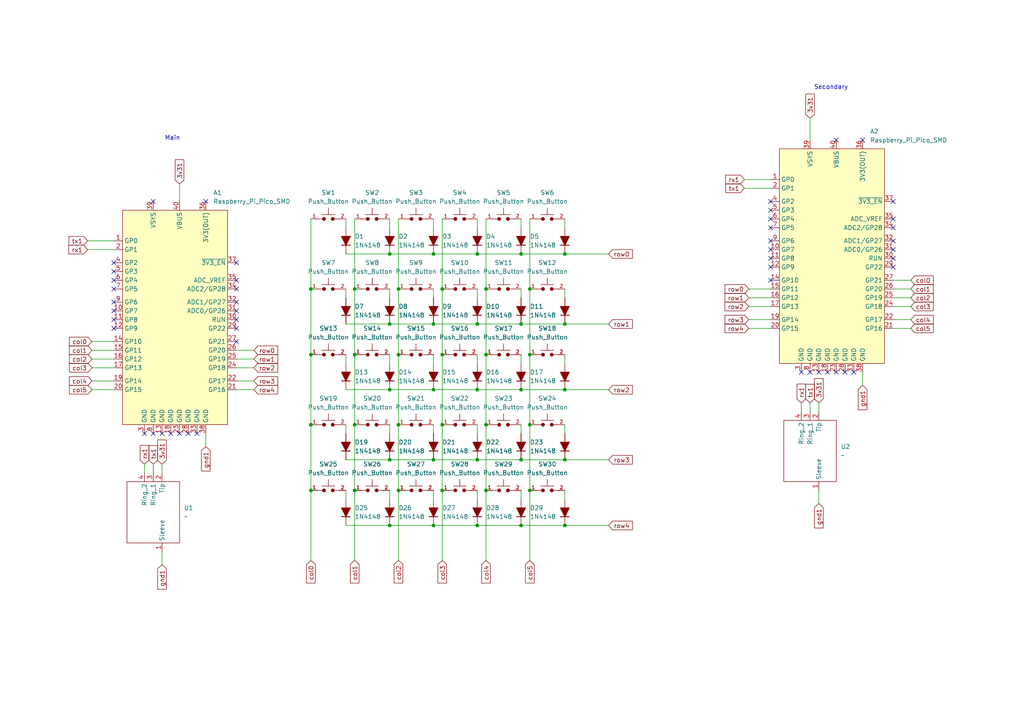
<source format=kicad_sch>
(kicad_sch (version 20250114) (generator "eeschema") (generator_version "9.0")
  (paper "A4")
  (lib_symbols
    (symbol "PCM_Diode_AKL:1N4148" (pin_numbers (hide yes)) (pin_names (offset 1.016) (hide yes))
      (property "Reference" "D" (at 0 5.08 0))
      (property "Value" "1N4148" (at 0 2.54 0))
      (symbol "1N4148_0_1"
        (polyline (pts (xy -1.27 1.27) (xy -1.27 -1.27) (xy 1.27 0) (xy -1.27 1.27)) (stroke (width 0.254)) (fill (type outline)))
        (polyline (pts (xy -1.27 0) (xy 1.27 0)))
        (polyline (pts (xy 1.27 1.27) (xy 1.27 -1.27)) (stroke (width 0.254)))
      )
      (symbol "1N4148_0_2"
        (polyline (pts (xy -2.54 -2.54) (xy 2.54 2.54)))
        (polyline (pts (xy -0.889 -0.889) (xy -1.778 0) (xy 0.889 0.889) (xy 0 -1.778) (xy -0.889 -0.889)) (stroke (width 0.254)) (fill (type outline)))
        (polyline (pts (xy 0 1.778) (xy 1.778 0)) (stroke (width 0.254)))
      )
      (symbol "1N4148_1_1"
        (pin passive line (at -3.81 0 0) (length 2.54) (name "A") (number "2"))
        (pin passive line (at 3.81 0 180) (length 2.54) (name "K") (number "1"))
      )
      (symbol "1N4148_1_2"
        (pin passive line (at -2.54 -2.54 0) (length 0) (name "A") (number "2"))
        (pin passive line (at 2.54 2.54 180) (length 0) (name "K") (number "1"))
      )
    )
    (symbol "PCM_SL_Devices:Push_Button"
      (property "Reference" "SW" (at 0 6.35 0))
      (property "Value" "Push_Button" (at 0 4.445 0))
      (symbol "Push_Button_0_1"
        (polyline (pts (xy -3.175 0) (xy -1.778 0)))
        (polyline (pts (xy -1.905 1.27) (xy 1.905 1.27)))
        (circle (center -1.27 0) (radius 0.4579) (fill (type outline)))
        (polyline (pts (xy 0 1.27) (xy 0 3.175)))
        (circle (center 1.27 0) (radius 0.4579) (fill (type outline)))
        (polyline (pts (xy 1.778 0) (xy 3.175 0)))
      )
      (symbol "Push_Button_1_1"
        (pin passive line (at -5.08 0 0) (length 2) (name "") (number "1"))
        (pin passive line (at 5.08 0 180) (length 2) (name "") (number "2"))
      )
    )
    (symbol "symbols:4ucon_trrs_3.5_smd"
      (property "Reference" "U" (at 0 0 0))
      (symbol "4ucon_trrs_3.5_smd_0_1"
        (polyline (pts (xy -5.08 8.89) (xy 10.16 8.89) (xy 10.16 -8.89) (xy -5.08 -8.89) (xy -5.08 8.89)))
      )
      (symbol "4ucon_trrs_3.5_smd_1_1"
        (pin bidirectional line (at 0 11.43 270) (length 2.54) (name "Ring_2") (number "4"))
        (pin bidirectional line (at 2.54 11.43 270) (length 2.54) (name "Ring_1") (number "3"))
        (pin bidirectional line (at 5.08 11.43 270) (length 2.54) (name "Tip") (number "2"))
        (pin bidirectional line (at 5.08 -11.43 90) (length 2.54) (name "Sleeve") (number "1"))
      )
    )
    (symbol "symbols:Raspberry_Pi_Pico_SMD"
      (property "Reference" "A" (at 12.7 34.29 0))
      (property "Value" "Raspberry_Pi_Pico_SMD" (at 21.59 31.75 0))
      (symbol "Raspberry_Pi_Pico_SMD_0_1"
        (rectangle (start -15.24 29.21) (end 15.24 -33.02) (fill (type background)))
      )
      (symbol "Raspberry_Pi_Pico_SMD_1_1"
        (pin bidirectional line (at -17.78 20.32 0) (length 2.54) (name "GP0") (number "1"))
        (pin bidirectional line (at -17.78 17.78 0) (length 2.54) (name "GP1") (number "2"))
        (pin bidirectional line (at -17.78 13.97 0) (length 2.54) (name "GP2") (number "4"))
        (pin bidirectional line (at -17.78 11.43 0) (length 2.54) (name "GP3") (number "5"))
        (pin bidirectional line (at -17.78 8.89 0) (length 2.54) (name "GP4") (number "6"))
        (pin bidirectional line (at -17.78 6.35 0) (length 2.54) (name "GP5") (number "7"))
        (pin bidirectional line (at -17.78 2.54 0) (length 2.54) (name "GP6") (number "9"))
        (pin bidirectional line (at -17.78 0 0) (length 2.54) (name "GP7") (number "10"))
        (pin bidirectional line (at -17.78 -2.54 0) (length 2.54) (name "GP8") (number "11"))
        (pin bidirectional line (at -17.78 -5.08 0) (length 2.54) (name "GP9") (number "12"))
        (pin bidirectional line (at -17.78 -8.89 0) (length 2.54) (name "GP10") (number "14"))
        (pin bidirectional line (at -17.78 -11.43 0) (length 2.54) (name "GP11") (number "15"))
        (pin bidirectional line (at -17.78 -13.97 0) (length 2.54) (name "GP12") (number "16"))
        (pin bidirectional line (at -17.78 -16.51 0) (length 2.54) (name "GP13") (number "17"))
        (pin bidirectional line (at -17.78 -20.32 0) (length 2.54) (name "GP14") (number "19"))
        (pin bidirectional line (at -17.78 -22.86 0) (length 2.54) (name "GP15") (number "20"))
        (pin power_in line (at -8.89 -35.56 90) (length 2.54) (name "GND") (number "3"))
        (pin power_in line (at -6.35 31.75 270) (length 2.54) (name "VSYS") (number "39"))
        (pin power_in line (at -6.35 -35.56 90) (length 2.54) (name "GND") (number "8"))
        (pin power_in line (at -3.81 -35.56 90) (length 2.54) (name "GND") (number "13"))
        (pin power_in line (at -1.27 -35.56 90) (length 2.54) (name "GND") (number "18"))
        (pin power_in line (at 1.27 31.75 270) (length 2.54) (name "VBUS") (number "40"))
        (pin power_in line (at 1.27 -35.56 90) (length 2.54) (name "GND") (number "23"))
        (pin power_in line (at 3.81 -35.56 90) (length 2.54) (name "GND") (number "28"))
        (pin power_in line (at 6.35 -35.56 90) (length 2.54) (name "GND") (number "33"))
        (pin power_in line (at 8.89 31.75 270) (length 2.54) (name "3V3(OUT)") (number "36"))
        (pin power_in line (at 8.89 -35.56 90) (length 2.54) (name "GND") (number "38"))
        (pin bidirectional line (at 17.78 13.97 180) (length 2.54) (name "~{3V3_EN}") (number "37"))
        (pin bidirectional line (at 17.78 8.89 180) (length 2.54) (name "ADC_VREF") (number "35"))
        (pin bidirectional line (at 17.78 6.35 180) (length 2.54) (name "ADC2/GP28") (number "34"))
        (pin bidirectional line (at 17.78 2.54 180) (length 2.54) (name "ADC1/GP27") (number "32"))
        (pin bidirectional line (at 17.78 0 180) (length 2.54) (name "ADC0/GP26") (number "31"))
        (pin bidirectional line (at 17.78 -2.54 180) (length 2.54) (name "RUN") (number "30"))
        (pin bidirectional line (at 17.78 -5.08 180) (length 2.54) (name "GP22") (number "29"))
        (pin bidirectional line (at 17.78 -8.89 180) (length 2.54) (name "GP21") (number "27"))
        (pin bidirectional line (at 17.78 -11.43 180) (length 2.54) (name "GP20") (number "26"))
        (pin bidirectional line (at 17.78 -13.97 180) (length 2.54) (name "GP19") (number "25"))
        (pin bidirectional line (at 17.78 -16.51 180) (length 2.54) (name "GP18") (number "24"))
        (pin bidirectional line (at 17.78 -20.32 180) (length 2.54) (name "GP17") (number "22"))
        (pin bidirectional line (at 17.78 -22.86 180) (length 2.54) (name "GP16") (number "21"))
      )
    )
  )
  (text "Main" (at 50.038 40.132 0) (effects (font (size 1.27 1.27))))
  (text "Secondary" (at 241.046 25.4 0) (effects (font (size 1.27 1.27))))
  (junction (at 153.67 83.82))
  (junction (at 102.87 123.19))
  (junction (at 90.17 142.24))
  (junction (at 140.97 142.24))
  (junction (at 151.13 73.66))
  (junction (at 90.17 102.87))
  (junction (at 90.17 123.19))
  (junction (at 151.13 152.4))
  (junction (at 125.73 73.66))
  (junction (at 138.43 93.98))
  (junction (at 128.27 83.82))
  (junction (at 151.13 133.35))
  (junction (at 153.67 102.87))
  (junction (at 151.13 113.03))
  (junction (at 102.87 102.87))
  (junction (at 138.43 152.4))
  (junction (at 151.13 93.98))
  (junction (at 125.73 133.35))
  (junction (at 113.03 93.98))
  (junction (at 138.43 113.03))
  (junction (at 102.87 142.24))
  (junction (at 140.97 123.19))
  (junction (at 163.83 152.4))
  (junction (at 115.57 123.19))
  (junction (at 102.87 83.82))
  (junction (at 138.43 73.66))
  (junction (at 138.43 133.35))
  (junction (at 113.03 152.4))
  (junction (at 115.57 142.24))
  (junction (at 115.57 83.82))
  (junction (at 163.83 73.66))
  (junction (at 113.03 73.66))
  (junction (at 113.03 133.35))
  (junction (at 125.73 152.4))
  (junction (at 125.73 93.98))
  (junction (at 113.03 113.03))
  (junction (at 140.97 83.82))
  (junction (at 163.83 113.03))
  (junction (at 163.83 93.98))
  (junction (at 163.83 133.35))
  (junction (at 128.27 142.24))
  (junction (at 140.97 102.87))
  (junction (at 128.27 102.87))
  (junction (at 90.17 83.82))
  (junction (at 153.67 142.24))
  (junction (at 125.73 113.03))
  (junction (at 115.57 102.87))
  (junction (at 153.67 123.19))
  (junction (at 128.27 123.19))
  (no_connect (at 223.52 72.39))
  (no_connect (at 52.07 125.73))
  (no_connect (at 68.58 87.63))
  (no_connect (at 68.58 92.71))
  (no_connect (at 44.45 125.73))
  (no_connect (at 57.15 125.73))
  (no_connect (at 68.58 90.17))
  (no_connect (at 46.99 125.73))
  (no_connect (at 33.02 87.63))
  (no_connect (at 33.02 92.71))
  (no_connect (at 68.58 76.2))
  (no_connect (at 33.02 83.82))
  (no_connect (at 33.02 78.74))
  (no_connect (at 68.58 99.06))
  (no_connect (at 237.49 107.95))
  (no_connect (at 259.08 63.5))
  (no_connect (at 247.65 107.95))
  (no_connect (at 223.52 74.93))
  (no_connect (at 41.91 125.73))
  (no_connect (at 259.08 77.47))
  (no_connect (at 44.45 58.42))
  (no_connect (at 223.52 63.5))
  (no_connect (at 223.52 58.42))
  (no_connect (at 259.08 72.39))
  (no_connect (at 49.53 125.73))
  (no_connect (at 33.02 90.17))
  (no_connect (at 59.69 58.42))
  (no_connect (at 259.08 66.04))
  (no_connect (at 242.57 40.64))
  (no_connect (at 54.61 125.73))
  (no_connect (at 223.52 77.47))
  (no_connect (at 250.19 40.64))
  (no_connect (at 68.58 81.28))
  (no_connect (at 232.41 107.95))
  (no_connect (at 33.02 95.25))
  (no_connect (at 259.08 69.85))
  (no_connect (at 223.52 69.85))
  (no_connect (at 234.95 107.95))
  (no_connect (at 33.02 76.2))
  (no_connect (at 223.52 60.96))
  (no_connect (at 68.58 95.25))
  (no_connect (at 259.08 74.93))
  (no_connect (at 33.02 81.28))
  (no_connect (at 242.57 107.95))
  (no_connect (at 240.03 107.95))
  (no_connect (at 68.58 83.82))
  (no_connect (at 223.52 81.28))
  (no_connect (at 245.11 107.95))
  (no_connect (at 259.08 58.42))
  (no_connect (at 223.52 66.04))
  (wire (pts (xy 217.17 83.82) (xy 223.52 83.82)))
  (wire (pts (xy 113.03 133.35) (xy 125.73 133.35)))
  (wire (pts (xy 217.17 92.71) (xy 223.52 92.71)))
  (wire (pts (xy 46.99 134.62) (xy 46.99 137.16)))
  (wire (pts (xy 26.67 113.03) (xy 33.02 113.03)))
  (wire (pts (xy 68.58 113.03) (xy 73.66 113.03)))
  (wire (pts (xy 140.97 63.5) (xy 140.97 83.82)))
  (wire (pts (xy 125.73 133.35) (xy 138.43 133.35)))
  (wire (pts (xy 163.83 73.66) (xy 176.53 73.66)))
  (wire (pts (xy 151.13 83.82) (xy 151.13 86.36)))
  (wire (pts (xy 259.08 95.25) (xy 264.16 95.25)))
  (wire (pts (xy 113.03 113.03) (xy 125.73 113.03)))
  (wire (pts (xy 163.83 152.4) (xy 176.53 152.4)))
  (wire (pts (xy 125.73 123.19) (xy 125.73 125.73)))
  (wire (pts (xy 128.27 123.19) (xy 128.27 142.24)))
  (wire (pts (xy 100.33 142.24) (xy 100.33 144.78)))
  (wire (pts (xy 115.57 63.5) (xy 115.57 83.82)))
  (wire (pts (xy 250.19 107.95) (xy 250.19 111.76)))
  (wire (pts (xy 237.49 116.84) (xy 237.49 119.38)))
  (wire (pts (xy 113.03 142.24) (xy 113.03 144.78)))
  (wire (pts (xy 259.08 83.82) (xy 264.16 83.82)))
  (wire (pts (xy 125.73 152.4) (xy 138.43 152.4)))
  (wire (pts (xy 163.83 113.03) (xy 176.53 113.03)))
  (wire (pts (xy 102.87 142.24) (xy 102.87 162.56)))
  (wire (pts (xy 234.95 34.29) (xy 234.95 40.64)))
  (wire (pts (xy 234.95 116.84) (xy 234.95 119.38)))
  (wire (pts (xy 153.67 142.24) (xy 153.67 162.56)))
  (wire (pts (xy 163.83 93.98) (xy 176.53 93.98)))
  (wire (pts (xy 163.83 102.87) (xy 163.83 105.41)))
  (wire (pts (xy 68.58 110.49) (xy 73.66 110.49)))
  (wire (pts (xy 217.17 88.9) (xy 223.52 88.9)))
  (wire (pts (xy 115.57 123.19) (xy 115.57 142.24)))
  (wire (pts (xy 140.97 102.87) (xy 140.97 123.19)))
  (wire (pts (xy 138.43 63.5) (xy 138.43 66.04)))
  (wire (pts (xy 26.67 104.14) (xy 33.02 104.14)))
  (wire (pts (xy 153.67 123.19) (xy 153.67 142.24)))
  (wire (pts (xy 232.41 116.84) (xy 232.41 119.38)))
  (wire (pts (xy 100.33 123.19) (xy 100.33 125.73)))
  (wire (pts (xy 102.87 83.82) (xy 102.87 102.87)))
  (wire (pts (xy 68.58 104.14) (xy 73.66 104.14)))
  (wire (pts (xy 215.9 54.61) (xy 223.52 54.61)))
  (wire (pts (xy 128.27 142.24) (xy 128.27 162.56)))
  (wire (pts (xy 138.43 93.98) (xy 151.13 93.98)))
  (wire (pts (xy 25.4 72.39) (xy 33.02 72.39)))
  (wire (pts (xy 138.43 73.66) (xy 151.13 73.66)))
  (wire (pts (xy 237.49 142.24) (xy 237.49 146.05)))
  (wire (pts (xy 115.57 102.87) (xy 115.57 123.19)))
  (wire (pts (xy 153.67 63.5) (xy 153.67 83.82)))
  (wire (pts (xy 59.69 125.73) (xy 59.69 129.54)))
  (wire (pts (xy 151.13 102.87) (xy 151.13 105.41)))
  (wire (pts (xy 125.73 73.66) (xy 138.43 73.66)))
  (wire (pts (xy 102.87 102.87) (xy 102.87 123.19)))
  (wire (pts (xy 125.73 142.24) (xy 125.73 144.78)))
  (wire (pts (xy 151.13 73.66) (xy 163.83 73.66)))
  (wire (pts (xy 259.08 86.36) (xy 264.16 86.36)))
  (wire (pts (xy 100.33 133.35) (xy 113.03 133.35)))
  (wire (pts (xy 52.07 53.34) (xy 52.07 58.42)))
  (wire (pts (xy 90.17 123.19) (xy 90.17 142.24)))
  (wire (pts (xy 140.97 142.24) (xy 140.97 162.56)))
  (wire (pts (xy 90.17 83.82) (xy 90.17 102.87)))
  (wire (pts (xy 138.43 152.4) (xy 151.13 152.4)))
  (wire (pts (xy 113.03 102.87) (xy 113.03 105.41)))
  (wire (pts (xy 138.43 142.24) (xy 138.43 144.78)))
  (wire (pts (xy 153.67 83.82) (xy 153.67 102.87)))
  (wire (pts (xy 215.9 52.07) (xy 223.52 52.07)))
  (wire (pts (xy 128.27 63.5) (xy 128.27 83.82)))
  (wire (pts (xy 100.33 93.98) (xy 113.03 93.98)))
  (wire (pts (xy 113.03 83.82) (xy 113.03 86.36)))
  (wire (pts (xy 68.58 106.68) (xy 73.66 106.68)))
  (wire (pts (xy 90.17 142.24) (xy 90.17 162.56)))
  (wire (pts (xy 115.57 83.82) (xy 115.57 102.87)))
  (wire (pts (xy 151.13 133.35) (xy 163.83 133.35)))
  (wire (pts (xy 138.43 123.19) (xy 138.43 125.73)))
  (wire (pts (xy 128.27 83.82) (xy 128.27 102.87)))
  (wire (pts (xy 125.73 93.98) (xy 138.43 93.98)))
  (wire (pts (xy 102.87 123.19) (xy 102.87 142.24)))
  (wire (pts (xy 113.03 123.19) (xy 113.03 125.73)))
  (wire (pts (xy 90.17 63.5) (xy 90.17 83.82)))
  (wire (pts (xy 125.73 102.87) (xy 125.73 105.41)))
  (wire (pts (xy 26.67 99.06) (xy 33.02 99.06)))
  (wire (pts (xy 140.97 123.19) (xy 140.97 142.24)))
  (wire (pts (xy 90.17 102.87) (xy 90.17 123.19)))
  (wire (pts (xy 138.43 113.03) (xy 151.13 113.03)))
  (wire (pts (xy 217.17 86.36) (xy 223.52 86.36)))
  (wire (pts (xy 100.33 73.66) (xy 113.03 73.66)))
  (wire (pts (xy 151.13 93.98) (xy 163.83 93.98)))
  (wire (pts (xy 138.43 133.35) (xy 151.13 133.35)))
  (wire (pts (xy 153.67 102.87) (xy 153.67 123.19)))
  (wire (pts (xy 25.4 69.85) (xy 33.02 69.85)))
  (wire (pts (xy 125.73 63.5) (xy 125.73 66.04)))
  (wire (pts (xy 115.57 142.24) (xy 115.57 162.56)))
  (wire (pts (xy 26.67 110.49) (xy 33.02 110.49)))
  (wire (pts (xy 113.03 63.5) (xy 113.03 66.04)))
  (wire (pts (xy 113.03 93.98) (xy 125.73 93.98)))
  (wire (pts (xy 163.83 142.24) (xy 163.83 144.78)))
  (wire (pts (xy 151.13 113.03) (xy 163.83 113.03)))
  (wire (pts (xy 26.67 101.6) (xy 33.02 101.6)))
  (wire (pts (xy 125.73 83.82) (xy 125.73 86.36)))
  (wire (pts (xy 163.83 63.5) (xy 163.83 66.04)))
  (wire (pts (xy 151.13 152.4) (xy 163.83 152.4)))
  (wire (pts (xy 138.43 83.82) (xy 138.43 86.36)))
  (wire (pts (xy 259.08 81.28) (xy 264.16 81.28)))
  (wire (pts (xy 151.13 123.19) (xy 151.13 125.73)))
  (wire (pts (xy 100.33 102.87) (xy 100.33 105.41)))
  (wire (pts (xy 128.27 102.87) (xy 128.27 123.19)))
  (wire (pts (xy 41.91 134.62) (xy 41.91 137.16)))
  (wire (pts (xy 100.33 83.82) (xy 100.33 86.36)))
  (wire (pts (xy 259.08 92.71) (xy 264.16 92.71)))
  (wire (pts (xy 68.58 101.6) (xy 73.66 101.6)))
  (wire (pts (xy 46.99 160.02) (xy 46.99 163.83)))
  (wire (pts (xy 217.17 95.25) (xy 223.52 95.25)))
  (wire (pts (xy 163.83 123.19) (xy 163.83 125.73)))
  (wire (pts (xy 102.87 63.5) (xy 102.87 83.82)))
  (wire (pts (xy 113.03 73.66) (xy 125.73 73.66)))
  (wire (pts (xy 138.43 102.87) (xy 138.43 105.41)))
  (wire (pts (xy 140.97 83.82) (xy 140.97 102.87)))
  (wire (pts (xy 100.33 113.03) (xy 113.03 113.03)))
  (wire (pts (xy 259.08 88.9) (xy 264.16 88.9)))
  (wire (pts (xy 151.13 63.5) (xy 151.13 66.04)))
  (wire (pts (xy 26.67 106.68) (xy 33.02 106.68)))
  (wire (pts (xy 100.33 63.5) (xy 100.33 66.04)))
  (wire (pts (xy 163.83 83.82) (xy 163.83 86.36)))
  (wire (pts (xy 113.03 152.4) (xy 125.73 152.4)))
  (wire (pts (xy 163.83 133.35) (xy 176.53 133.35)))
  (wire (pts (xy 100.33 152.4) (xy 113.03 152.4)))
  (wire (pts (xy 44.45 134.62) (xy 44.45 137.16)))
  (wire (pts (xy 151.13 142.24) (xy 151.13 144.78)))
  (wire (pts (xy 125.73 113.03) (xy 138.43 113.03)))
  (global_label "row4" (shape input) (at 176.53 152.4 0) (property "Intersheetrefs" "${INTERSHEET_REFS}" (effects (hide yes))))
  (global_label "3v31" (shape input) (at 234.95 34.29 90) (property "Intersheetrefs" "${INTERSHEET_REFS}" (effects (hide yes))))
  (global_label "row2" (shape input) (at 73.66 106.68 0) (property "Intersheetrefs" "${INTERSHEET_REFS}" (effects (hide yes))))
  (global_label "row1" (shape input) (at 176.53 93.98 0) (property "Intersheetrefs" "${INTERSHEET_REFS}" (effects (hide yes))))
  (global_label "col1" (shape input) (at 26.67 101.6 180) (property "Intersheetrefs" "${INTERSHEET_REFS}" (effects (hide yes))))
  (global_label "rx1" (shape input) (at 215.9 52.07 180) (property "Intersheetrefs" "${INTERSHEET_REFS}" (effects (hide yes))))
  (global_label "rx1" (shape input) (at 232.41 116.84 90) (property "Intersheetrefs" "${INTERSHEET_REFS}" (effects (hide yes))))
  (global_label "col0" (shape input) (at 90.17 162.56 270) (property "Intersheetrefs" "${INTERSHEET_REFS}" (effects (hide yes))))
  (global_label "rx1" (shape input) (at 41.91 134.62 90) (property "Intersheetrefs" "${INTERSHEET_REFS}" (effects (hide yes))))
  (global_label "row3" (shape input) (at 73.66 110.49 0) (property "Intersheetrefs" "${INTERSHEET_REFS}" (effects (hide yes))))
  (global_label "row1" (shape input) (at 73.66 104.14 0) (property "Intersheetrefs" "${INTERSHEET_REFS}" (effects (hide yes))))
  (global_label "col4" (shape input) (at 264.16 92.71 0) (property "Intersheetrefs" "${INTERSHEET_REFS}" (effects (hide yes))))
  (global_label "rx1" (shape input) (at 25.4 72.39 180) (property "Intersheetrefs" "${INTERSHEET_REFS}" (effects (hide yes))))
  (global_label "3v31" (shape input) (at 237.49 116.84 90) (property "Intersheetrefs" "${INTERSHEET_REFS}" (effects (hide yes))))
  (global_label "col3" (shape input) (at 264.16 88.9 0) (property "Intersheetrefs" "${INTERSHEET_REFS}" (effects (hide yes))))
  (global_label "gnd1" (shape input) (at 46.99 163.83 270) (property "Intersheetrefs" "${INTERSHEET_REFS}" (effects (hide yes))))
  (global_label "tx1" (shape input) (at 234.95 116.84 90) (property "Intersheetrefs" "${INTERSHEET_REFS}" (effects (hide yes))))
  (global_label "row0" (shape input) (at 176.53 73.66 0) (property "Intersheetrefs" "${INTERSHEET_REFS}" (effects (hide yes))))
  (global_label "row3" (shape input) (at 176.53 133.35 0) (property "Intersheetrefs" "${INTERSHEET_REFS}" (effects (hide yes))))
  (global_label "tx1" (shape input) (at 215.9 54.61 180) (property "Intersheetrefs" "${INTERSHEET_REFS}" (effects (hide yes))))
  (global_label "row4" (shape input) (at 73.66 113.03 0) (property "Intersheetrefs" "${INTERSHEET_REFS}" (effects (hide yes))))
  (global_label "col2" (shape input) (at 26.67 104.14 180) (property "Intersheetrefs" "${INTERSHEET_REFS}" (effects (hide yes))))
  (global_label "col3" (shape input) (at 26.67 106.68 180) (property "Intersheetrefs" "${INTERSHEET_REFS}" (effects (hide yes))))
  (global_label "row0" (shape input) (at 217.17 83.82 180) (property "Intersheetrefs" "${INTERSHEET_REFS}" (effects (hide yes))))
  (global_label "col0" (shape input) (at 26.67 99.06 180) (property "Intersheetrefs" "${INTERSHEET_REFS}" (effects (hide yes))))
  (global_label "3v31" (shape input) (at 46.99 134.62 90) (property "Intersheetrefs" "${INTERSHEET_REFS}" (effects (hide yes))))
  (global_label "tx1" (shape input) (at 44.45 134.62 90) (property "Intersheetrefs" "${INTERSHEET_REFS}" (effects (hide yes))))
  (global_label "col3" (shape input) (at 128.27 162.56 270) (property "Intersheetrefs" "${INTERSHEET_REFS}" (effects (hide yes))))
  (global_label "col1" (shape input) (at 264.16 83.82 0) (property "Intersheetrefs" "${INTERSHEET_REFS}" (effects (hide yes))))
  (global_label "row2" (shape input) (at 176.53 113.03 0) (property "Intersheetrefs" "${INTERSHEET_REFS}" (effects (hide yes))))
  (global_label "col1" (shape input) (at 102.87 162.56 270) (property "Intersheetrefs" "${INTERSHEET_REFS}" (effects (hide yes))))
  (global_label "col2" (shape input) (at 264.16 86.36 0) (property "Intersheetrefs" "${INTERSHEET_REFS}" (effects (hide yes))))
  (global_label "row2" (shape input) (at 217.17 88.9 180) (property "Intersheetrefs" "${INTERSHEET_REFS}" (effects (hide yes))))
  (global_label "3v31" (shape input) (at 52.07 53.34 90) (property "Intersheetrefs" "${INTERSHEET_REFS}" (effects (hide yes))))
  (global_label "col5" (shape input) (at 26.67 113.03 180) (property "Intersheetrefs" "${INTERSHEET_REFS}" (effects (hide yes))))
  (global_label "col2" (shape input) (at 115.57 162.56 270) (property "Intersheetrefs" "${INTERSHEET_REFS}" (effects (hide yes))))
  (global_label "col5" (shape input) (at 264.16 95.25 0) (property "Intersheetrefs" "${INTERSHEET_REFS}" (effects (hide yes))))
  (global_label "gnd1" (shape input) (at 59.69 129.54 270) (property "Intersheetrefs" "${INTERSHEET_REFS}" (effects (hide yes))))
  (global_label "row1" (shape input) (at 217.17 86.36 180) (property "Intersheetrefs" "${INTERSHEET_REFS}" (effects (hide yes))))
  (global_label "tx1" (shape input) (at 25.4 69.85 180) (property "Intersheetrefs" "${INTERSHEET_REFS}" (effects (hide yes))))
  (global_label "col4" (shape input) (at 140.97 162.56 270) (property "Intersheetrefs" "${INTERSHEET_REFS}" (effects (hide yes))))
  (global_label "gnd1" (shape input) (at 250.19 111.76 270) (property "Intersheetrefs" "${INTERSHEET_REFS}" (effects (hide yes))))
  (global_label "col0" (shape input) (at 264.16 81.28 0) (property "Intersheetrefs" "${INTERSHEET_REFS}" (effects (hide yes))))
  (global_label "gnd1" (shape input) (at 237.49 146.05 270) (property "Intersheetrefs" "${INTERSHEET_REFS}" (effects (hide yes))))
  (global_label "row3" (shape input) (at 217.17 92.71 180) (property "Intersheetrefs" "${INTERSHEET_REFS}" (effects (hide yes))))
  (global_label "col4" (shape input) (at 26.67 110.49 180) (property "Intersheetrefs" "${INTERSHEET_REFS}" (effects (hide yes))))
  (global_label "col5" (shape input) (at 153.67 162.56 270) (property "Intersheetrefs" "${INTERSHEET_REFS}" (effects (hide yes))))
  (global_label "row4" (shape input) (at 217.17 95.25 180) (property "Intersheetrefs" "${INTERSHEET_REFS}" (effects (hide yes))))
  (global_label "row0" (shape input) (at 73.66 101.6 0) (property "Intersheetrefs" "${INTERSHEET_REFS}" (effects (hide yes))))
  (symbol (lib_id "symbols:4ucon_trrs_3.5_smd") (at 41.91 148.59 0) (unit 1)
    (property "Reference" "U1" (at 53.34 147.3199 0) (effects (justify left)))
    (property "Value" "~" (at 53.34 149.8599 0) (effects (justify left)))
    (property "Footprint" "footprints:4ucon trrs 3.5 smd back" (effects (hide yes)))
  )
  (symbol (lib_id "PCM_Diode_AKL:1N4148") (at 125.73 90.17 270) (unit 1)
    (property "Reference" "D9" (at 128.27 88.8999 90) (effects (justify left)))
    (property "Value" "1N4148" (at 128.27 91.4399 90) (effects (justify left)))
    (property "Footprint" "footprints:SODFL2512X100N" (effects (hide yes)))
    (property "Datasheet" "https://datasheet.octopart.com/1N4148TR-ON-Semiconductor-datasheet-42765246.pdf" (effects (hide yes)))
    (property "Description" "DO-35 Diode, Small Signal, Fast Switching, 75V, 150mA, 4ns, Alternate KiCad Library" (effects (hide yes)))
  )
  (symbol (lib_id "PCM_SL_Devices:Push_Button") (at 158.75 102.87 0) (unit 1)
    (property "Reference" "SW18" (at 158.75 95.25 0))
    (property "Value" "Push_Button" (at 158.75 97.79 0))
    (property "Footprint" "footprints:SW_Kailh_Choc_V2_1.00u_double-sided" (effects (hide yes)))
    (property "Description" "Common 6mmx6mm Push Button" (effects (hide yes)))
  )
  (symbol (lib_id "PCM_Diode_AKL:1N4148") (at 151.13 90.17 270) (unit 1)
    (property "Reference" "D11" (at 153.67 88.8999 90) (effects (justify left)))
    (property "Value" "1N4148" (at 153.67 91.4399 90) (effects (justify left)))
    (property "Footprint" "footprints:SODFL2512X100N" (effects (hide yes)))
    (property "Datasheet" "https://datasheet.octopart.com/1N4148TR-ON-Semiconductor-datasheet-42765246.pdf" (effects (hide yes)))
    (property "Description" "DO-35 Diode, Small Signal, Fast Switching, 75V, 150mA, 4ns, Alternate KiCad Library" (effects (hide yes)))
  )
  (symbol (lib_id "PCM_Diode_AKL:1N4148") (at 163.83 148.59 270) (unit 1)
    (property "Reference" "D30" (effects (hide yes)))
    (property "Value" "1N4148" (effects (hide yes)))
    (property "Footprint" "footprints:SODFL2512X100N" (effects (hide yes)))
    (property "Datasheet" "https://datasheet.octopart.com/1N4148TR-ON-Semiconductor-datasheet-42765246.pdf" (effects (hide yes)))
    (property "Description" "DO-35 Diode, Small Signal, Fast Switching, 75V, 150mA, 4ns, Alternate KiCad Library" (effects (hide yes)))
  )
  (symbol (lib_id "PCM_SL_Devices:Push_Button") (at 120.65 83.82 0) (unit 1)
    (property "Reference" "SW9" (at 120.65 76.2 0))
    (property "Value" "Push_Button" (at 120.65 78.74 0))
    (property "Footprint" "footprints:SW_Kailh_Choc_V2_1.00u_double-sided" (effects (hide yes)))
    (property "Description" "Common 6mmx6mm Push Button" (effects (hide yes)))
  )
  (symbol (lib_id "PCM_Diode_AKL:1N4148") (at 113.03 109.22 270) (unit 1)
    (property "Reference" "D14" (at 115.57 107.9499 90) (effects (justify left)))
    (property "Value" "1N4148" (at 115.57 110.4899 90) (effects (justify left)))
    (property "Footprint" "footprints:SODFL2512X100N" (effects (hide yes)))
    (property "Datasheet" "https://datasheet.octopart.com/1N4148TR-ON-Semiconductor-datasheet-42765246.pdf" (effects (hide yes)))
    (property "Description" "DO-35 Diode, Small Signal, Fast Switching, 75V, 150mA, 4ns, Alternate KiCad Library" (effects (hide yes)))
  )
  (symbol (lib_id "PCM_SL_Devices:Push_Button") (at 133.35 83.82 0) (unit 1)
    (property "Reference" "SW10" (at 133.35 76.2 0))
    (property "Value" "Push_Button" (at 133.35 78.74 0))
    (property "Footprint" "footprints:SW_Kailh_Choc_V2_1.00u_double-sided" (effects (hide yes)))
    (property "Description" "Common 6mmx6mm Push Button" (effects (hide yes)))
  )
  (symbol (lib_id "PCM_Diode_AKL:1N4148") (at 151.13 129.54 270) (unit 1)
    (property "Reference" "D23" (at 153.67 128.2699 90) (effects (justify left)))
    (property "Value" "1N4148" (at 153.67 130.8099 90) (effects (justify left)))
    (property "Footprint" "footprints:SODFL2512X100N" (effects (hide yes)))
    (property "Datasheet" "https://datasheet.octopart.com/1N4148TR-ON-Semiconductor-datasheet-42765246.pdf" (effects (hide yes)))
    (property "Description" "DO-35 Diode, Small Signal, Fast Switching, 75V, 150mA, 4ns, Alternate KiCad Library" (effects (hide yes)))
  )
  (symbol (lib_id "PCM_Diode_AKL:1N4148") (at 138.43 109.22 270) (unit 1)
    (property "Reference" "D16" (at 140.97 107.9499 90) (effects (justify left)))
    (property "Value" "1N4148" (at 140.97 110.4899 90) (effects (justify left)))
    (property "Footprint" "footprints:SODFL2512X100N" (effects (hide yes)))
    (property "Datasheet" "https://datasheet.octopart.com/1N4148TR-ON-Semiconductor-datasheet-42765246.pdf" (effects (hide yes)))
    (property "Description" "DO-35 Diode, Small Signal, Fast Switching, 75V, 150mA, 4ns, Alternate KiCad Library" (effects (hide yes)))
  )
  (symbol (lib_id "PCM_Diode_AKL:1N4148") (at 100.33 69.85 270) (unit 1)
    (property "Reference" "D1" (at 102.87 68.5799 90) (effects (justify left)))
    (property "Value" "1N4148" (at 102.87 71.1199 90) (effects (justify left)))
    (property "Footprint" "footprints:SODFL2512X100N" (effects (hide yes)))
    (property "Datasheet" "https://datasheet.octopart.com/1N4148TR-ON-Semiconductor-datasheet-42765246.pdf" (effects (hide yes)))
    (property "Description" "DO-35 Diode, Small Signal, Fast Switching, 75V, 150mA, 4ns, Alternate KiCad Library" (effects (hide yes)))
  )
  (symbol (lib_id "PCM_SL_Devices:Push_Button") (at 133.35 123.19 0) (unit 1)
    (property "Reference" "SW22" (at 133.35 115.57 0))
    (property "Value" "Push_Button" (at 133.35 118.11 0))
    (property "Footprint" "footprints:SW_Kailh_Choc_V2_1.00u_double-sided" (effects (hide yes)))
    (property "Description" "Common 6mmx6mm Push Button" (effects (hide yes)))
  )
  (symbol (lib_id "PCM_Diode_AKL:1N4148") (at 100.33 90.17 270) (unit 1)
    (property "Reference" "D7" (at 102.87 88.8999 90) (effects (justify left)))
    (property "Value" "1N4148" (at 102.87 91.4399 90) (effects (justify left)))
    (property "Footprint" "footprints:SODFL2512X100N" (effects (hide yes)))
    (property "Datasheet" "https://datasheet.octopart.com/1N4148TR-ON-Semiconductor-datasheet-42765246.pdf" (effects (hide yes)))
    (property "Description" "DO-35 Diode, Small Signal, Fast Switching, 75V, 150mA, 4ns, Alternate KiCad Library" (effects (hide yes)))
  )
  (symbol (lib_id "PCM_Diode_AKL:1N4148") (at 125.73 109.22 270) (unit 1)
    (property "Reference" "D15" (at 128.27 107.9499 90) (effects (justify left)))
    (property "Value" "1N4148" (at 128.27 110.4899 90) (effects (justify left)))
    (property "Footprint" "footprints:SODFL2512X100N" (effects (hide yes)))
    (property "Datasheet" "https://datasheet.octopart.com/1N4148TR-ON-Semiconductor-datasheet-42765246.pdf" (effects (hide yes)))
    (property "Description" "DO-35 Diode, Small Signal, Fast Switching, 75V, 150mA, 4ns, Alternate KiCad Library" (effects (hide yes)))
  )
  (symbol (lib_id "PCM_Diode_AKL:1N4148") (at 113.03 129.54 270) (unit 1)
    (property "Reference" "D20" (at 115.57 128.2699 90) (effects (justify left)))
    (property "Value" "1N4148" (at 115.57 130.8099 90) (effects (justify left)))
    (property "Footprint" "footprints:SODFL2512X100N" (effects (hide yes)))
    (property "Datasheet" "https://datasheet.octopart.com/1N4148TR-ON-Semiconductor-datasheet-42765246.pdf" (effects (hide yes)))
    (property "Description" "DO-35 Diode, Small Signal, Fast Switching, 75V, 150mA, 4ns, Alternate KiCad Library" (effects (hide yes)))
  )
  (symbol (lib_id "PCM_SL_Devices:Push_Button") (at 146.05 83.82 0) (unit 1)
    (property "Reference" "SW11" (at 146.05 76.2 0))
    (property "Value" "Push_Button" (at 146.05 78.74 0))
    (property "Footprint" "footprints:SW_Kailh_Choc_V2_1.00u_double-sided" (effects (hide yes)))
    (property "Description" "Common 6mmx6mm Push Button" (effects (hide yes)))
  )
  (symbol (lib_id "PCM_Diode_AKL:1N4148") (at 151.13 69.85 270) (unit 1)
    (property "Reference" "D5" (at 153.67 68.5799 90) (effects (justify left)))
    (property "Value" "1N4148" (at 153.67 71.1199 90) (effects (justify left)))
    (property "Footprint" "footprints:SODFL2512X100N" (effects (hide yes)))
    (property "Datasheet" "https://datasheet.octopart.com/1N4148TR-ON-Semiconductor-datasheet-42765246.pdf" (effects (hide yes)))
    (property "Description" "DO-35 Diode, Small Signal, Fast Switching, 75V, 150mA, 4ns, Alternate KiCad Library" (effects (hide yes)))
  )
  (symbol (lib_id "PCM_Diode_AKL:1N4148") (at 138.43 148.59 270) (unit 1)
    (property "Reference" "D28" (at 140.97 147.3199 90) (effects (justify left)))
    (property "Value" "1N4148" (at 140.97 149.8599 90) (effects (justify left)))
    (property "Footprint" "footprints:SODFL2512X100N" (effects (hide yes)))
    (property "Datasheet" "https://datasheet.octopart.com/1N4148TR-ON-Semiconductor-datasheet-42765246.pdf" (effects (hide yes)))
    (property "Description" "DO-35 Diode, Small Signal, Fast Switching, 75V, 150mA, 4ns, Alternate KiCad Library" (effects (hide yes)))
  )
  (symbol (lib_id "PCM_Diode_AKL:1N4148") (at 151.13 109.22 270) (unit 1)
    (property "Reference" "D17" (at 153.67 107.9499 90) (effects (justify left)))
    (property "Value" "1N4148" (at 153.67 110.4899 90) (effects (justify left)))
    (property "Footprint" "footprints:SODFL2512X100N" (effects (hide yes)))
    (property "Datasheet" "https://datasheet.octopart.com/1N4148TR-ON-Semiconductor-datasheet-42765246.pdf" (effects (hide yes)))
    (property "Description" "DO-35 Diode, Small Signal, Fast Switching, 75V, 150mA, 4ns, Alternate KiCad Library" (effects (hide yes)))
  )
  (symbol (lib_id "PCM_SL_Devices:Push_Button") (at 95.25 102.87 0) (unit 1)
    (property "Reference" "SW13" (at 95.25 95.25 0))
    (property "Value" "Push_Button" (at 95.25 97.79 0))
    (property "Footprint" "footprints:SW_Kailh_Choc_V2_1.00u_double-sided" (effects (hide yes)))
    (property "Description" "Common 6mmx6mm Push Button" (effects (hide yes)))
  )
  (symbol (lib_id "symbols:4ucon_trrs_3.5_smd") (at 232.41 130.81 0) (unit 1)
    (property "Reference" "U2" (at 243.84 129.5399 0) (effects (justify left)))
    (property "Value" "~" (at 243.84 132.0799 0) (effects (justify left)))
    (property "Footprint" "footprints:4ucon trrs 3.5 smd" (effects (hide yes)))
  )
  (symbol (lib_id "PCM_Diode_AKL:1N4148") (at 138.43 129.54 270) (unit 1)
    (property "Reference" "D22" (at 140.97 128.2699 90) (effects (justify left)))
    (property "Value" "1N4148" (at 140.97 130.8099 90) (effects (justify left)))
    (property "Footprint" "footprints:SODFL2512X100N" (effects (hide yes)))
    (property "Datasheet" "https://datasheet.octopart.com/1N4148TR-ON-Semiconductor-datasheet-42765246.pdf" (effects (hide yes)))
    (property "Description" "DO-35 Diode, Small Signal, Fast Switching, 75V, 150mA, 4ns, Alternate KiCad Library" (effects (hide yes)))
  )
  (symbol (lib_id "PCM_SL_Devices:Push_Button") (at 95.25 123.19 0) (unit 1)
    (property "Reference" "SW19" (at 95.25 115.57 0))
    (property "Value" "Push_Button" (at 95.25 118.11 0))
    (property "Footprint" "footprints:SW_Kailh_Choc_V2_1.00u_double-sided" (effects (hide yes)))
    (property "Description" "Common 6mmx6mm Push Button" (effects (hide yes)))
  )
  (symbol (lib_id "PCM_Diode_AKL:1N4148") (at 113.03 69.85 270) (unit 1)
    (property "Reference" "D2" (at 115.57 68.5799 90) (effects (justify left)))
    (property "Value" "1N4148" (at 115.57 71.1199 90) (effects (justify left)))
    (property "Footprint" "footprints:SODFL2512X100N" (effects (hide yes)))
    (property "Datasheet" "https://datasheet.octopart.com/1N4148TR-ON-Semiconductor-datasheet-42765246.pdf" (effects (hide yes)))
    (property "Description" "DO-35 Diode, Small Signal, Fast Switching, 75V, 150mA, 4ns, Alternate KiCad Library" (effects (hide yes)))
  )
  (symbol (lib_id "PCM_SL_Devices:Push_Button") (at 120.65 142.24 0) (unit 1)
    (property "Reference" "SW27" (at 120.65 134.62 0))
    (property "Value" "Push_Button" (at 120.65 137.16 0))
    (property "Footprint" "footprints:SW_Kailh_Choc_V2_1.00u_double-sided" (effects (hide yes)))
    (property "Description" "Common 6mmx6mm Push Button" (effects (hide yes)))
  )
  (symbol (lib_id "PCM_SL_Devices:Push_Button") (at 133.35 63.5 0) (unit 1)
    (property "Reference" "SW4" (at 133.35 55.88 0))
    (property "Value" "Push_Button" (at 133.35 58.42 0))
    (property "Footprint" "footprints:SW_Kailh_Choc_V2_1.00u_double-sided" (effects (hide yes)))
    (property "Description" "Common 6mmx6mm Push Button" (effects (hide yes)))
  )
  (symbol (lib_id "symbols:Raspberry_Pi_Pico_SMD") (at 50.8 90.17 0) (unit 1)
    (property "Reference" "A1" (at 61.8333 55.88 0) (effects (justify left)))
    (property "Value" "Raspberry_Pi_Pico_SMD" (at 61.8333 58.42 0) (effects (justify left)))
    (property "Footprint" "footprints:raspberry_pi_pico_SMD_Reversed" (effects (hide yes)))
    (property "Description" "Development Board with RP2040 MCU" (effects (hide yes)))
  )
  (symbol (lib_id "PCM_SL_Devices:Push_Button") (at 107.95 63.5 0) (unit 1)
    (property "Reference" "SW2" (at 107.95 55.88 0))
    (property "Value" "Push_Button" (at 107.95 58.42 0))
    (property "Footprint" "footprints:SW_Kailh_Choc_V2_1.00u_double-sided" (effects (hide yes)))
    (property "Description" "Common 6mmx6mm Push Button" (effects (hide yes)))
  )
  (symbol (lib_id "PCM_SL_Devices:Push_Button") (at 146.05 123.19 0) (unit 1)
    (property "Reference" "SW23" (at 146.05 115.57 0))
    (property "Value" "Push_Button" (at 146.05 118.11 0))
    (property "Footprint" "footprints:SW_Kailh_Choc_V2_1.00u_double-sided" (effects (hide yes)))
    (property "Description" "Common 6mmx6mm Push Button" (effects (hide yes)))
  )
  (symbol (lib_id "PCM_Diode_AKL:1N4148") (at 125.73 69.85 270) (unit 1)
    (property "Reference" "D3" (at 128.27 68.5799 90) (effects (justify left)))
    (property "Value" "1N4148" (at 128.27 71.1199 90) (effects (justify left)))
    (property "Footprint" "footprints:SODFL2512X100N" (effects (hide yes)))
    (property "Datasheet" "https://datasheet.octopart.com/1N4148TR-ON-Semiconductor-datasheet-42765246.pdf" (effects (hide yes)))
    (property "Description" "DO-35 Diode, Small Signal, Fast Switching, 75V, 150mA, 4ns, Alternate KiCad Library" (effects (hide yes)))
  )
  (symbol (lib_id "PCM_Diode_AKL:1N4148") (at 100.33 109.22 270) (unit 1)
    (property "Reference" "D13" (at 102.87 107.9499 90) (effects (justify left)))
    (property "Value" "1N4148" (at 102.87 110.4899 90) (effects (justify left)))
    (property "Footprint" "footprints:SODFL2512X100N" (effects (hide yes)))
    (property "Datasheet" "https://datasheet.octopart.com/1N4148TR-ON-Semiconductor-datasheet-42765246.pdf" (effects (hide yes)))
    (property "Description" "DO-35 Diode, Small Signal, Fast Switching, 75V, 150mA, 4ns, Alternate KiCad Library" (effects (hide yes)))
  )
  (symbol (lib_id "PCM_SL_Devices:Push_Button") (at 146.05 142.24 0) (unit 1)
    (property "Reference" "SW29" (at 146.05 134.62 0))
    (property "Value" "Push_Button" (at 146.05 137.16 0))
    (property "Footprint" "footprints:SW_Kailh_Choc_V2_1.00u_double-sided" (effects (hide yes)))
    (property "Description" "Common 6mmx6mm Push Button" (effects (hide yes)))
  )
  (symbol (lib_id "PCM_Diode_AKL:1N4148") (at 100.33 148.59 270) (unit 1)
    (property "Reference" "D25" (at 102.87 147.3199 90) (effects (justify left)))
    (property "Value" "1N4148" (at 102.87 149.8599 90) (effects (justify left)))
    (property "Footprint" "footprints:SODFL2512X100N" (effects (hide yes)))
    (property "Datasheet" "https://datasheet.octopart.com/1N4148TR-ON-Semiconductor-datasheet-42765246.pdf" (effects (hide yes)))
    (property "Description" "DO-35 Diode, Small Signal, Fast Switching, 75V, 150mA, 4ns, Alternate KiCad Library" (effects (hide yes)))
  )
  (symbol (lib_id "PCM_Diode_AKL:1N4148") (at 138.43 90.17 270) (unit 1)
    (property "Reference" "D10" (at 140.97 88.8999 90) (effects (justify left)))
    (property "Value" "1N4148" (at 140.97 91.4399 90) (effects (justify left)))
    (property "Footprint" "footprints:SODFL2512X100N" (effects (hide yes)))
    (property "Datasheet" "https://datasheet.octopart.com/1N4148TR-ON-Semiconductor-datasheet-42765246.pdf" (effects (hide yes)))
    (property "Description" "DO-35 Diode, Small Signal, Fast Switching, 75V, 150mA, 4ns, Alternate KiCad Library" (effects (hide yes)))
  )
  (symbol (lib_id "PCM_SL_Devices:Push_Button") (at 107.95 102.87 0) (unit 1)
    (property "Reference" "SW14" (at 107.95 95.25 0))
    (property "Value" "Push_Button" (at 107.95 97.79 0))
    (property "Footprint" "footprints:SW_Kailh_Choc_V2_1.00u_double-sided" (effects (hide yes)))
    (property "Description" "Common 6mmx6mm Push Button" (effects (hide yes)))
  )
  (symbol (lib_id "PCM_SL_Devices:Push_Button") (at 158.75 63.5 0) (unit 1)
    (property "Reference" "SW6" (at 158.75 55.88 0))
    (property "Value" "Push_Button" (at 158.75 58.42 0))
    (property "Footprint" "footprints:SW_Kailh_Choc_V2_1.00u_double-sided" (effects (hide yes)))
    (property "Description" "Common 6mmx6mm Push Button" (effects (hide yes)))
  )
  (symbol (lib_id "PCM_SL_Devices:Push_Button") (at 146.05 63.5 0) (unit 1)
    (property "Reference" "SW5" (at 146.05 55.88 0))
    (property "Value" "Push_Button" (at 146.05 58.42 0))
    (property "Footprint" "footprints:SW_Kailh_Choc_V2_1.00u_double-sided" (effects (hide yes)))
    (property "Description" "Common 6mmx6mm Push Button" (effects (hide yes)))
  )
  (symbol (lib_id "PCM_SL_Devices:Push_Button") (at 133.35 102.87 0) (unit 1)
    (property "Reference" "SW16" (at 133.35 95.25 0))
    (property "Value" "Push_Button" (at 133.35 97.79 0))
    (property "Footprint" "footprints:SW_Kailh_Choc_V2_1.00u_double-sided" (effects (hide yes)))
    (property "Description" "Common 6mmx6mm Push Button" (effects (hide yes)))
  )
  (symbol (lib_id "PCM_SL_Devices:Push_Button") (at 120.65 63.5 0) (unit 1)
    (property "Reference" "SW3" (at 120.65 55.88 0))
    (property "Value" "Push_Button" (at 120.65 58.42 0))
    (property "Footprint" "footprints:SW_Kailh_Choc_V2_1.00u_double-sided" (effects (hide yes)))
    (property "Description" "Common 6mmx6mm Push Button" (effects (hide yes)))
  )
  (symbol (lib_id "PCM_SL_Devices:Push_Button") (at 107.95 123.19 0) (unit 1)
    (property "Reference" "SW20" (at 107.95 115.57 0))
    (property "Value" "Push_Button" (at 107.95 118.11 0))
    (property "Footprint" "footprints:SW_Kailh_Choc_V2_1.00u_double-sided" (effects (hide yes)))
    (property "Description" "Common 6mmx6mm Push Button" (effects (hide yes)))
  )
  (symbol (lib_id "PCM_Diode_AKL:1N4148") (at 113.03 90.17 270) (unit 1)
    (property "Reference" "D8" (at 115.57 88.8999 90) (effects (justify left)))
    (property "Value" "1N4148" (at 115.57 91.4399 90) (effects (justify left)))
    (property "Footprint" "footprints:SODFL2512X100N" (effects (hide yes)))
    (property "Datasheet" "https://datasheet.octopart.com/1N4148TR-ON-Semiconductor-datasheet-42765246.pdf" (effects (hide yes)))
    (property "Description" "DO-35 Diode, Small Signal, Fast Switching, 75V, 150mA, 4ns, Alternate KiCad Library" (effects (hide yes)))
  )
  (symbol (lib_id "symbols:Raspberry_Pi_Pico_SMD") (at 241.3 72.39 0) (unit 1)
    (property "Reference" "A2" (at 252.3333 38.1 0) (effects (justify left)))
    (property "Value" "Raspberry_Pi_Pico_SMD" (at 252.3333 40.64 0) (effects (justify left)))
    (property "Footprint" "footprints:raspberry_pi_pico_SMD" (effects (hide yes)))
    (property "Description" "Development Board with RP2040 MCU" (effects (hide yes)))
  )
  (symbol (lib_id "PCM_SL_Devices:Push_Button") (at 158.75 142.24 0) (unit 1)
    (property "Reference" "SW30" (at 158.75 134.62 0))
    (property "Value" "Push_Button" (at 158.75 137.16 0))
    (property "Footprint" "footprints:SW_Kailh_Choc_V2_1.00u_double-sided" (effects (hide yes)))
    (property "Description" "Common 6mmx6mm Push Button" (effects (hide yes)))
  )
  (symbol (lib_id "PCM_Diode_AKL:1N4148") (at 125.73 129.54 270) (unit 1)
    (property "Reference" "D21" (at 128.27 128.2699 90) (effects (justify left)))
    (property "Value" "1N4148" (at 128.27 130.8099 90) (effects (justify left)))
    (property "Footprint" "footprints:SODFL2512X100N" (effects (hide yes)))
    (property "Datasheet" "https://datasheet.octopart.com/1N4148TR-ON-Semiconductor-datasheet-42765246.pdf" (effects (hide yes)))
    (property "Description" "DO-35 Diode, Small Signal, Fast Switching, 75V, 150mA, 4ns, Alternate KiCad Library" (effects (hide yes)))
  )
  (symbol (lib_id "PCM_SL_Devices:Push_Button") (at 107.95 83.82 0) (unit 1)
    (property "Reference" "SW8" (at 107.95 76.2 0))
    (property "Value" "Push_Button" (at 107.95 78.74 0))
    (property "Footprint" "footprints:SW_Kailh_Choc_V2_1.00u_double-sided" (effects (hide yes)))
    (property "Description" "Common 6mmx6mm Push Button" (effects (hide yes)))
  )
  (symbol (lib_id "PCM_Diode_AKL:1N4148") (at 125.73 148.59 270) (unit 1)
    (property "Reference" "D27" (at 128.27 147.3199 90) (effects (justify left)))
    (property "Value" "1N4148" (at 128.27 149.8599 90) (effects (justify left)))
    (property "Footprint" "footprints:SODFL2512X100N" (effects (hide yes)))
    (property "Datasheet" "https://datasheet.octopart.com/1N4148TR-ON-Semiconductor-datasheet-42765246.pdf" (effects (hide yes)))
    (property "Description" "DO-35 Diode, Small Signal, Fast Switching, 75V, 150mA, 4ns, Alternate KiCad Library" (effects (hide yes)))
  )
  (symbol (lib_id "PCM_Diode_AKL:1N4148") (at 100.33 129.54 270) (unit 1)
    (property "Reference" "D19" (at 102.87 128.2699 90) (effects (justify left)))
    (property "Value" "1N4148" (at 102.87 130.8099 90) (effects (justify left)))
    (property "Footprint" "footprints:SODFL2512X100N" (effects (hide yes)))
    (property "Datasheet" "https://datasheet.octopart.com/1N4148TR-ON-Semiconductor-datasheet-42765246.pdf" (effects (hide yes)))
    (property "Description" "DO-35 Diode, Small Signal, Fast Switching, 75V, 150mA, 4ns, Alternate KiCad Library" (effects (hide yes)))
  )
  (symbol (lib_id "PCM_SL_Devices:Push_Button") (at 146.05 102.87 0) (unit 1)
    (property "Reference" "SW17" (at 146.05 95.25 0))
    (property "Value" "Push_Button" (at 146.05 97.79 0))
    (property "Footprint" "footprints:SW_Kailh_Choc_V2_1.00u_double-sided" (effects (hide yes)))
    (property "Description" "Common 6mmx6mm Push Button" (effects (hide yes)))
  )
  (symbol (lib_id "PCM_SL_Devices:Push_Button") (at 107.95 142.24 0) (unit 1)
    (property "Reference" "SW26" (at 107.95 134.62 0))
    (property "Value" "Push_Button" (at 107.95 137.16 0))
    (property "Footprint" "footprints:SW_Kailh_Choc_V2_1.00u_double-sided" (effects (hide yes)))
    (property "Description" "Common 6mmx6mm Push Button" (effects (hide yes)))
  )
  (symbol (lib_id "PCM_Diode_AKL:1N4148") (at 151.13 148.59 270) (unit 1)
    (property "Reference" "D29" (at 153.67 147.3199 90) (effects (justify left)))
    (property "Value" "1N4148" (at 153.67 149.8599 90) (effects (justify left)))
    (property "Footprint" "footprints:SODFL2512X100N" (effects (hide yes)))
    (property "Datasheet" "https://datasheet.octopart.com/1N4148TR-ON-Semiconductor-datasheet-42765246.pdf" (effects (hide yes)))
    (property "Description" "DO-35 Diode, Small Signal, Fast Switching, 75V, 150mA, 4ns, Alternate KiCad Library" (effects (hide yes)))
  )
  (symbol (lib_id "PCM_SL_Devices:Push_Button") (at 158.75 123.19 0) (unit 1)
    (property "Reference" "SW24" (at 158.75 115.57 0))
    (property "Value" "Push_Button" (at 158.75 118.11 0))
    (property "Footprint" "footprints:SW_Kailh_Choc_V2_1.00u_double-sided" (effects (hide yes)))
    (property "Description" "Common 6mmx6mm Push Button" (effects (hide yes)))
  )
  (symbol (lib_id "PCM_Diode_AKL:1N4148") (at 163.83 109.22 270) (unit 1)
    (property "Reference" "D18" (effects (hide yes)))
    (property "Value" "1N4148" (effects (hide yes)))
    (property "Footprint" "footprints:SODFL2512X100N" (effects (hide yes)))
    (property "Datasheet" "https://datasheet.octopart.com/1N4148TR-ON-Semiconductor-datasheet-42765246.pdf" (effects (hide yes)))
    (property "Description" "DO-35 Diode, Small Signal, Fast Switching, 75V, 150mA, 4ns, Alternate KiCad Library" (effects (hide yes)))
  )
  (symbol (lib_id "PCM_SL_Devices:Push_Button") (at 95.25 83.82 0) (unit 1)
    (property "Reference" "SW7" (at 95.25 76.2 0))
    (property "Value" "Push_Button" (at 95.25 78.74 0))
    (property "Footprint" "footprints:SW_Kailh_Choc_V2_1.00u_double-sided" (effects (hide yes)))
    (property "Description" "Common 6mmx6mm Push Button" (effects (hide yes)))
  )
  (symbol (lib_id "PCM_Diode_AKL:1N4148") (at 113.03 148.59 270) (unit 1)
    (property "Reference" "D26" (at 115.57 147.3199 90) (effects (justify left)))
    (property "Value" "1N4148" (at 115.57 149.8599 90) (effects (justify left)))
    (property "Footprint" "footprints:SODFL2512X100N" (effects (hide yes)))
    (property "Datasheet" "https://datasheet.octopart.com/1N4148TR-ON-Semiconductor-datasheet-42765246.pdf" (effects (hide yes)))
    (property "Description" "DO-35 Diode, Small Signal, Fast Switching, 75V, 150mA, 4ns, Alternate KiCad Library" (effects (hide yes)))
  )
  (symbol (lib_id "PCM_SL_Devices:Push_Button") (at 120.65 123.19 0) (unit 1)
    (property "Reference" "SW21" (at 120.65 115.57 0))
    (property "Value" "Push_Button" (at 120.65 118.11 0))
    (property "Footprint" "footprints:SW_Kailh_Choc_V2_1.00u_double-sided" (effects (hide yes)))
    (property "Description" "Common 6mmx6mm Push Button" (effects (hide yes)))
  )
  (symbol (lib_id "PCM_SL_Devices:Push_Button") (at 95.25 142.24 0) (unit 1)
    (property "Reference" "SW25" (at 95.25 134.62 0))
    (property "Value" "Push_Button" (at 95.25 137.16 0))
    (property "Footprint" "footprints:SW_Kailh_Choc_V2_1.00u_double-sided" (effects (hide yes)))
    (property "Description" "Common 6mmx6mm Push Button" (effects (hide yes)))
  )
  (symbol (lib_id "PCM_Diode_AKL:1N4148") (at 163.83 129.54 270) (unit 1)
    (property "Reference" "D24" (effects (hide yes)))
    (property "Value" "1N4148" (effects (hide yes)))
    (property "Footprint" "footprints:SODFL2512X100N" (effects (hide yes)))
    (property "Datasheet" "https://datasheet.octopart.com/1N4148TR-ON-Semiconductor-datasheet-42765246.pdf" (effects (hide yes)))
    (property "Description" "DO-35 Diode, Small Signal, Fast Switching, 75V, 150mA, 4ns, Alternate KiCad Library" (effects (hide yes)))
  )
  (symbol (lib_id "PCM_SL_Devices:Push_Button") (at 120.65 102.87 0) (unit 1)
    (property "Reference" "SW15" (at 120.65 95.25 0))
    (property "Value" "Push_Button" (at 120.65 97.79 0))
    (property "Footprint" "footprints:SW_Kailh_Choc_V2_1.00u_double-sided" (effects (hide yes)))
    (property "Description" "Common 6mmx6mm Push Button" (effects (hide yes)))
  )
  (symbol (lib_id "PCM_SL_Devices:Push_Button") (at 133.35 142.24 0) (unit 1)
    (property "Reference" "SW28" (at 133.35 134.62 0))
    (property "Value" "Push_Button" (at 133.35 137.16 0))
    (property "Footprint" "footprints:SW_Kailh_Choc_V2_1.00u_double-sided" (effects (hide yes)))
    (property "Description" "Common 6mmx6mm Push Button" (effects (hide yes)))
  )
  (symbol (lib_id "PCM_Diode_AKL:1N4148") (at 163.83 90.17 270) (unit 1)
    (property "Reference" "D12" (effects (hide yes)))
    (property "Value" "1N4148" (effects (hide yes)))
    (property "Footprint" "footprints:SODFL2512X100N" (effects (hide yes)))
    (property "Datasheet" "https://datasheet.octopart.com/1N4148TR-ON-Semiconductor-datasheet-42765246.pdf" (effects (hide yes)))
    (property "Description" "DO-35 Diode, Small Signal, Fast Switching, 75V, 150mA, 4ns, Alternate KiCad Library" (effects (hide yes)))
  )
  (symbol (lib_id "PCM_Diode_AKL:1N4148") (at 138.43 69.85 270) (unit 1)
    (property "Reference" "D4" (at 140.97 68.5799 90) (effects (justify left)))
    (property "Value" "1N4148" (at 140.97 71.1199 90) (effects (justify left)))
    (property "Footprint" "footprints:SODFL2512X100N" (effects (hide yes)))
    (property "Datasheet" "https://datasheet.octopart.com/1N4148TR-ON-Semiconductor-datasheet-42765246.pdf" (effects (hide yes)))
    (property "Description" "DO-35 Diode, Small Signal, Fast Switching, 75V, 150mA, 4ns, Alternate KiCad Library" (effects (hide yes)))
  )
  (symbol (lib_id "PCM_SL_Devices:Push_Button") (at 95.25 63.5 0) (unit 1)
    (property "Reference" "SW1" (at 95.25 55.88 0))
    (property "Value" "Push_Button" (at 95.25 58.42 0))
    (property "Footprint" "footprints:SW_Kailh_Choc_V2_1.00u_double-sided" (effects (hide yes)))
    (property "Description" "Common 6mmx6mm Push Button" (effects (hide yes)))
  )
  (symbol (lib_id "PCM_Diode_AKL:1N4148") (at 163.83 69.85 270) (unit 1)
    (property "Reference" "D6" (effects (hide yes)))
    (property "Value" "1N4148" (effects (hide yes)))
    (property "Footprint" "footprints:SODFL2512X100N" (effects (hide yes)))
    (property "Datasheet" "https://datasheet.octopart.com/1N4148TR-ON-Semiconductor-datasheet-42765246.pdf" (effects (hide yes)))
    (property "Description" "DO-35 Diode, Small Signal, Fast Switching, 75V, 150mA, 4ns, Alternate KiCad Library" (effects (hide yes)))
  )
  (symbol (lib_id "PCM_SL_Devices:Push_Button") (at 158.75 83.82 0) (unit 1)
    (property "Reference" "SW12" (at 158.75 76.2 0))
    (property "Value" "Push_Button" (at 158.75 78.74 0))
    (property "Footprint" "footprints:SW_Kailh_Choc_V2_1.00u_double-sided" (effects (hide yes)))
    (property "Description" "Common 6mmx6mm Push Button" (effects (hide yes)))
  )
)
</source>
